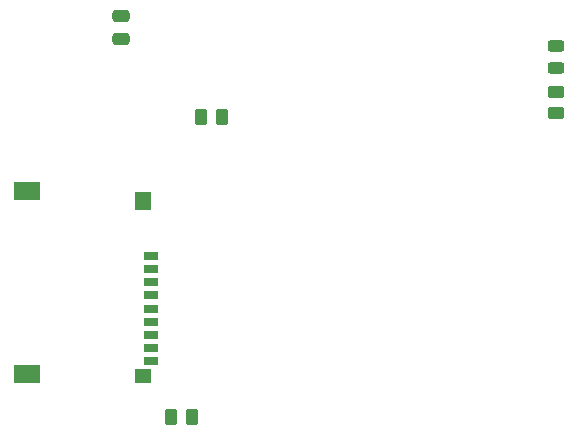
<source format=gbr>
%TF.GenerationSoftware,KiCad,Pcbnew,(6.0.1)*%
%TF.CreationDate,2022-05-14T12:38:18+08:00*%
%TF.ProjectId,SDISK2_ESP,53444953-4b32-45f4-9553-502e6b696361,rev?*%
%TF.SameCoordinates,Original*%
%TF.FileFunction,Paste,Bot*%
%TF.FilePolarity,Positive*%
%FSLAX46Y46*%
G04 Gerber Fmt 4.6, Leading zero omitted, Abs format (unit mm)*
G04 Created by KiCad (PCBNEW (6.0.1)) date 2022-05-14 12:38:18*
%MOMM*%
%LPD*%
G01*
G04 APERTURE LIST*
G04 Aperture macros list*
%AMRoundRect*
0 Rectangle with rounded corners*
0 $1 Rounding radius*
0 $2 $3 $4 $5 $6 $7 $8 $9 X,Y pos of 4 corners*
0 Add a 4 corners polygon primitive as box body*
4,1,4,$2,$3,$4,$5,$6,$7,$8,$9,$2,$3,0*
0 Add four circle primitives for the rounded corners*
1,1,$1+$1,$2,$3*
1,1,$1+$1,$4,$5*
1,1,$1+$1,$6,$7*
1,1,$1+$1,$8,$9*
0 Add four rect primitives between the rounded corners*
20,1,$1+$1,$2,$3,$4,$5,0*
20,1,$1+$1,$4,$5,$6,$7,0*
20,1,$1+$1,$6,$7,$8,$9,0*
20,1,$1+$1,$8,$9,$2,$3,0*%
G04 Aperture macros list end*
%ADD10RoundRect,0.250000X0.262500X0.450000X-0.262500X0.450000X-0.262500X-0.450000X0.262500X-0.450000X0*%
%ADD11RoundRect,0.243750X-0.456250X0.243750X-0.456250X-0.243750X0.456250X-0.243750X0.456250X0.243750X0*%
%ADD12RoundRect,0.250000X-0.262500X-0.450000X0.262500X-0.450000X0.262500X0.450000X-0.262500X0.450000X0*%
%ADD13RoundRect,0.250000X-0.475000X0.250000X-0.475000X-0.250000X0.475000X-0.250000X0.475000X0.250000X0*%
%ADD14RoundRect,0.250000X0.450000X-0.262500X0.450000X0.262500X-0.450000X0.262500X-0.450000X-0.262500X0*%
%ADD15R,2.200000X1.500000*%
%ADD16R,1.400000X1.200000*%
%ADD17R,1.400000X1.600000*%
%ADD18R,1.200000X0.700000*%
G04 APERTURE END LIST*
D10*
%TO.C,R2*%
X113942500Y-119380000D03*
X112117500Y-119380000D03*
%TD*%
D11*
%TO.C,D1*%
X144780000Y-87962500D03*
X144780000Y-89837500D03*
%TD*%
D12*
%TO.C,R3*%
X114657500Y-93980000D03*
X116482500Y-93980000D03*
%TD*%
D13*
%TO.C,C1*%
X107950000Y-85410000D03*
X107950000Y-87310000D03*
%TD*%
D14*
%TO.C,R1*%
X144780000Y-93622500D03*
X144780000Y-91797500D03*
%TD*%
D15*
%TO.C,J2*%
X99930000Y-100200000D03*
X99930000Y-115700000D03*
D16*
X109730000Y-115850000D03*
D17*
X109730000Y-101100000D03*
D18*
X110490000Y-105700000D03*
X110490000Y-106850000D03*
X110490000Y-107950000D03*
X110490000Y-109050000D03*
X110490000Y-110200000D03*
X110490000Y-111300000D03*
X110490000Y-112400000D03*
X110490000Y-113500000D03*
X110490000Y-114600000D03*
%TD*%
M02*

</source>
